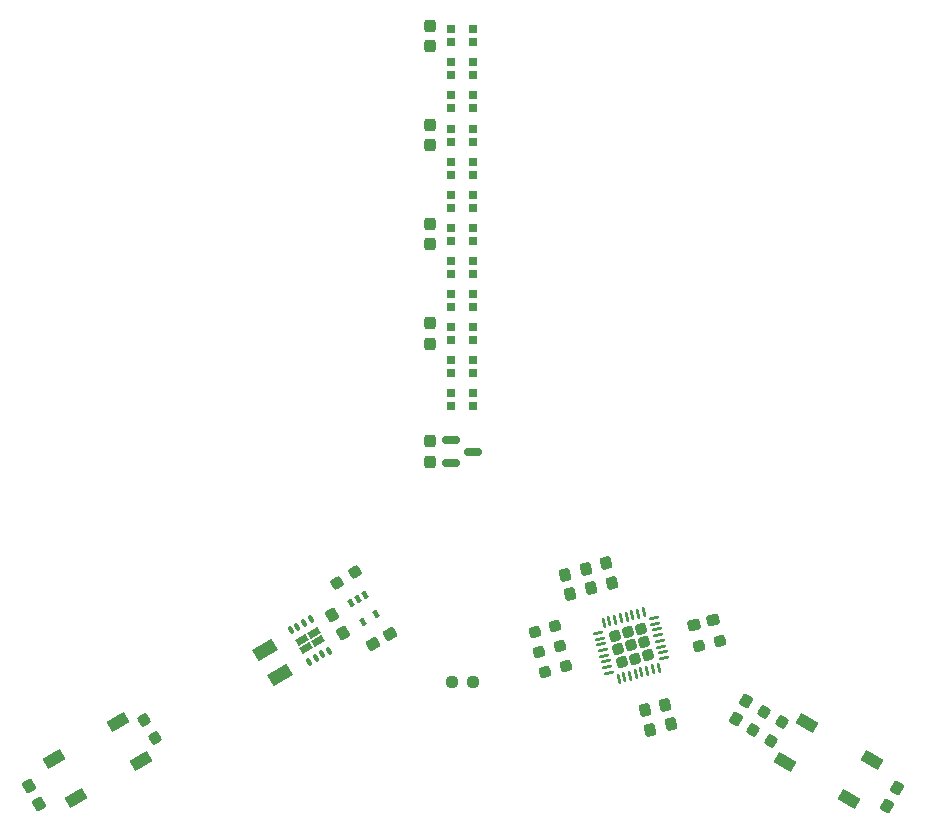
<source format=gbr>
%TF.GenerationSoftware,KiCad,Pcbnew,(7.0.0)*%
%TF.CreationDate,2023-05-06T08:33:59+03:00*%
%TF.ProjectId,LEDSpinner,4c454453-7069-46e6-9e65-722e6b696361,1.0*%
%TF.SameCoordinates,Original*%
%TF.FileFunction,Paste,Top*%
%TF.FilePolarity,Positive*%
%FSLAX46Y46*%
G04 Gerber Fmt 4.6, Leading zero omitted, Abs format (unit mm)*
G04 Created by KiCad (PCBNEW (7.0.0)) date 2023-05-06 08:33:59*
%MOMM*%
%LPD*%
G01*
G04 APERTURE LIST*
G04 Aperture macros list*
%AMRoundRect*
0 Rectangle with rounded corners*
0 $1 Rounding radius*
0 $2 $3 $4 $5 $6 $7 $8 $9 X,Y pos of 4 corners*
0 Add a 4 corners polygon primitive as box body*
4,1,4,$2,$3,$4,$5,$6,$7,$8,$9,$2,$3,0*
0 Add four circle primitives for the rounded corners*
1,1,$1+$1,$2,$3*
1,1,$1+$1,$4,$5*
1,1,$1+$1,$6,$7*
1,1,$1+$1,$8,$9*
0 Add four rect primitives between the rounded corners*
20,1,$1+$1,$2,$3,$4,$5,0*
20,1,$1+$1,$4,$5,$6,$7,0*
20,1,$1+$1,$6,$7,$8,$9,0*
20,1,$1+$1,$8,$9,$2,$3,0*%
%AMRotRect*
0 Rectangle, with rotation*
0 The origin of the aperture is its center*
0 $1 length*
0 $2 width*
0 $3 Rotation angle, in degrees counterclockwise*
0 Add horizontal line*
21,1,$1,$2,0,0,$3*%
G04 Aperture macros list end*
%ADD10R,0.700000X0.700000*%
%ADD11RoundRect,0.237500X0.250000X0.237500X-0.250000X0.237500X-0.250000X-0.237500X0.250000X-0.237500X0*%
%ADD12RotRect,1.700000X1.000000X330.000000*%
%ADD13RoundRect,0.237500X0.355681X-0.141058X0.055681X0.378558X-0.355681X0.141058X-0.055681X-0.378558X0*%
%ADD14RoundRect,0.237500X-0.330681X0.097756X-0.080681X-0.335256X0.330681X-0.097756X0.080681X0.335256X0*%
%ADD15RoundRect,0.237500X-0.237500X0.300000X-0.237500X-0.300000X0.237500X-0.300000X0.237500X0.300000X0*%
%ADD16RoundRect,0.237500X-0.080681X0.335256X-0.330681X-0.097756X0.080681X-0.335256X0.330681X0.097756X0*%
%ADD17RoundRect,0.237500X0.180012X0.294112X-0.302951X0.164703X-0.180012X-0.294112X0.302951X-0.164703X0*%
%ADD18RoundRect,0.237500X0.307053X-0.228308X0.151762X0.351247X-0.307053X0.228308X-0.151762X-0.351247X0*%
%ADD19RoundRect,0.237500X0.237500X-0.300000X0.237500X0.300000X-0.237500X0.300000X-0.237500X-0.300000X0*%
%ADD20RotRect,1.100000X1.900000X120.000000*%
%ADD21RotRect,0.600000X1.000000X120.000000*%
%ADD22RotRect,0.650000X0.350000X120.000000*%
%ADD23RoundRect,0.237500X-0.097756X-0.330681X0.335256X-0.080681X0.097756X0.330681X-0.335256X0.080681X0*%
%ADD24RoundRect,0.150000X-0.587500X-0.150000X0.587500X-0.150000X0.587500X0.150000X-0.587500X0.150000X0*%
%ADD25RotRect,0.650000X0.400000X300.000000*%
%ADD26RoundRect,0.232500X-0.284753X0.164402X-0.164402X-0.284753X0.284753X-0.164402X0.164402X0.284753X0*%
%ADD27RoundRect,0.062500X-0.157428X0.346046X0.036687X-0.378398X0.157428X-0.346046X-0.036687X0.378398X0*%
%ADD28RoundRect,0.062500X-0.378398X-0.036687X-0.346046X-0.157428X0.378398X0.036687X0.346046X0.157428X0*%
%ADD29RoundRect,0.237500X-0.141058X-0.355681X0.378558X-0.055681X0.141058X0.355681X-0.378558X0.055681X0*%
%ADD30RoundRect,0.237500X0.228308X0.307053X-0.351247X0.151762X-0.228308X-0.307053X0.351247X-0.151762X0*%
%ADD31RotRect,1.700000X1.000000X210.000000*%
%ADD32RoundRect,0.237500X0.055681X-0.378558X0.355681X0.141058X-0.055681X0.378558X-0.355681X-0.141058X0*%
%ADD33RoundRect,0.237500X-0.303818X0.216234X-0.154997X-0.339173X0.303818X-0.216234X0.154997X0.339173X0*%
%ADD34RoundRect,0.237500X0.080681X-0.335256X0.330681X0.097756X-0.080681X0.335256X-0.330681X-0.097756X0*%
%ADD35RoundRect,0.237500X-0.055681X0.378558X-0.355681X-0.141058X0.055681X-0.378558X0.355681X0.141058X0*%
G04 APERTURE END LIST*
D10*
%TO.C,D6*%
X100914999Y-71049999D03*
X100914999Y-69949999D03*
X99084999Y-69949999D03*
X99084999Y-71049999D03*
%TD*%
D11*
%TO.C,R6*%
X100912500Y-111200000D03*
X99087500Y-111200000D03*
%TD*%
D12*
%TO.C,SW2*%
X129222019Y-114679551D03*
X134677979Y-117829551D03*
X127322019Y-117970447D03*
X132777979Y-121120447D03*
%TD*%
D10*
%TO.C,D9*%
X100914999Y-79449999D03*
X100914999Y-78349999D03*
X99084999Y-78349999D03*
X99084999Y-79449999D03*
%TD*%
D13*
%TO.C,C7*%
X64181250Y-121546947D03*
X63318750Y-120053053D03*
%TD*%
D10*
%TO.C,D3*%
X100914999Y-62649999D03*
X100914999Y-61549999D03*
X99084999Y-61549999D03*
X99084999Y-62649999D03*
%TD*%
D14*
%TO.C,R2*%
X73043750Y-114409752D03*
X73956250Y-115990248D03*
%TD*%
D10*
%TO.C,D7*%
X100914999Y-73849999D03*
X100914999Y-72749999D03*
X99084999Y-72749999D03*
X99084999Y-73849999D03*
%TD*%
%TO.C,D5*%
X100914999Y-68249999D03*
X100914999Y-67149999D03*
X99084999Y-67149999D03*
X99084999Y-68249999D03*
%TD*%
%TO.C,D1*%
X100914999Y-57049999D03*
X100914999Y-55949999D03*
X99084999Y-55949999D03*
X99084999Y-57049999D03*
%TD*%
D15*
%TO.C,C12*%
X97300000Y-55637500D03*
X97300000Y-57362500D03*
%TD*%
D16*
%TO.C,R4*%
X125556250Y-113709752D03*
X124643750Y-115290248D03*
%TD*%
D17*
%TO.C,R7*%
X108781407Y-109863828D03*
X107018593Y-110336172D03*
%TD*%
D18*
%TO.C,C4*%
X117631688Y-114785469D03*
X117185226Y-113119247D03*
%TD*%
%TO.C,C3*%
X110905221Y-103285469D03*
X110458759Y-101619247D03*
%TD*%
D17*
%TO.C,R1*%
X121789864Y-107716186D03*
X120027050Y-108188530D03*
%TD*%
D19*
%TO.C,C17*%
X97300000Y-92562500D03*
X97300000Y-90837500D03*
%TD*%
D20*
%TO.C,Y1*%
X84562499Y-110632531D03*
X83312499Y-108467467D03*
%TD*%
D10*
%TO.C,D11*%
X100914999Y-85049999D03*
X100914999Y-83949999D03*
X99084999Y-83949999D03*
X99084999Y-85049999D03*
%TD*%
D18*
%TO.C,C5*%
X115881688Y-115285469D03*
X115435226Y-113619247D03*
%TD*%
D10*
%TO.C,D12*%
X100914999Y-87849999D03*
X100914999Y-86749999D03*
X99084999Y-86749999D03*
X99084999Y-87849999D03*
%TD*%
D21*
%TO.C,U2*%
X86774134Y-108335584D03*
X87813364Y-107735584D03*
X86386634Y-107664414D03*
X87425864Y-107064414D03*
D22*
X87030624Y-109529838D03*
X87593541Y-109204838D03*
X88156457Y-108879838D03*
X88719374Y-108554838D03*
X87169374Y-105870160D03*
X86606457Y-106195160D03*
X86043541Y-106520160D03*
X85480624Y-106845160D03*
%TD*%
D23*
%TO.C,R9*%
X89366210Y-102836089D03*
X90946706Y-101923589D03*
%TD*%
D13*
%TO.C,C13*%
X89868750Y-107046947D03*
X89006250Y-105553053D03*
%TD*%
D10*
%TO.C,D8*%
X100914999Y-76649999D03*
X100914999Y-75549999D03*
X99084999Y-75549999D03*
X99084999Y-76649999D03*
%TD*%
D17*
%TO.C,R5*%
X107881407Y-106463828D03*
X106118593Y-106936172D03*
%TD*%
D15*
%TO.C,C11*%
X97300000Y-64037500D03*
X97300000Y-65762500D03*
%TD*%
D10*
%TO.C,D4*%
X100914999Y-65449999D03*
X100914999Y-64349999D03*
X99084999Y-64349999D03*
X99084999Y-65449999D03*
%TD*%
%TO.C,D2*%
X100914999Y-59849999D03*
X100914999Y-58749999D03*
X99084999Y-58749999D03*
X99084999Y-59849999D03*
%TD*%
D18*
%TO.C,C2*%
X109155221Y-103785469D03*
X108708759Y-102119247D03*
%TD*%
D15*
%TO.C,C9*%
X97300000Y-80837500D03*
X97300000Y-82562500D03*
%TD*%
D24*
%TO.C,U4*%
X99062500Y-90750000D03*
X99062500Y-92650000D03*
X100937500Y-91700000D03*
%TD*%
D25*
%TO.C,U3*%
X91744374Y-103832114D03*
X91181457Y-104157114D03*
X90618540Y-104482114D03*
X91568540Y-106127562D03*
X92694374Y-105477562D03*
%TD*%
D26*
%TO.C,U1*%
X115110815Y-106702358D03*
X114000000Y-107000000D03*
X112889185Y-107297642D03*
X115408457Y-107813173D03*
X114297642Y-108110815D03*
X113186827Y-108408457D03*
X115706099Y-108923988D03*
X114595284Y-109221630D03*
X113484469Y-109519272D03*
D27*
X115357141Y-105303437D03*
X114874178Y-105432847D03*
X114391215Y-105562257D03*
X113908252Y-105691666D03*
X113425289Y-105821076D03*
X112942326Y-105950485D03*
X112459363Y-106079895D03*
X111976400Y-106209304D03*
D28*
X111490264Y-107051316D03*
X111619674Y-107534279D03*
X111749084Y-108017242D03*
X111878493Y-108500205D03*
X112007903Y-108983168D03*
X112137312Y-109466131D03*
X112266722Y-109949094D03*
X112396131Y-110432057D03*
D27*
X113238143Y-110918193D03*
X113721106Y-110788783D03*
X114204069Y-110659373D03*
X114687032Y-110529964D03*
X115169995Y-110400554D03*
X115652958Y-110271145D03*
X116135921Y-110141735D03*
X116618884Y-110012326D03*
D28*
X117105020Y-109170314D03*
X116975610Y-108687351D03*
X116846200Y-108204388D03*
X116716791Y-107721425D03*
X116587381Y-107238462D03*
X116457972Y-106755499D03*
X116328562Y-106272536D03*
X116199153Y-105789573D03*
%TD*%
D17*
%TO.C,R8*%
X108281407Y-108163828D03*
X106518593Y-108636172D03*
%TD*%
D29*
%TO.C,C14*%
X92409511Y-108011089D03*
X93903405Y-107148589D03*
%TD*%
D30*
%TO.C,C6*%
X121241568Y-105979127D03*
X119575346Y-106425589D03*
%TD*%
D31*
%TO.C,SW1*%
X72777979Y-117870447D03*
X67322019Y-121020447D03*
X70877979Y-114579551D03*
X65422019Y-117729551D03*
%TD*%
D15*
%TO.C,C10*%
X97300000Y-72437500D03*
X97300000Y-74162500D03*
%TD*%
D32*
%TO.C,C1*%
X123168750Y-114346947D03*
X124031250Y-112853053D03*
%TD*%
D33*
%TO.C,FB1*%
X112205523Y-101107173D03*
X112658457Y-102797543D03*
%TD*%
D10*
%TO.C,D10*%
X100914999Y-82249999D03*
X100914999Y-81149999D03*
X99084999Y-81149999D03*
X99084999Y-82249999D03*
%TD*%
D34*
%TO.C,R3*%
X126143750Y-116190248D03*
X127056250Y-114609752D03*
%TD*%
D35*
%TO.C,C8*%
X136781250Y-120203053D03*
X135918750Y-121696947D03*
%TD*%
M02*

</source>
